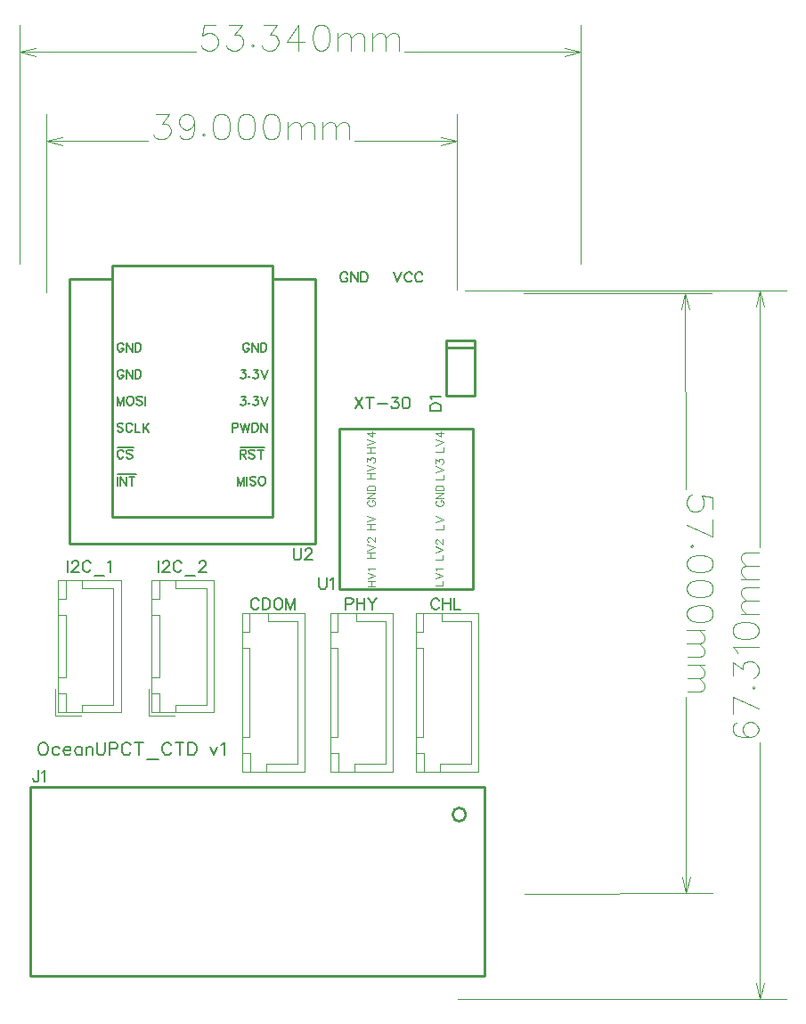
<source format=gto>
G04 Layer: TopSilkLayer*
G04 EasyEDA v6.4.5, 2020-09-15T20:10:03+02:00*
G04 89610be28746463fae7f6a063ad526cf,a876551235204336a4c6776009a4e884,10*
G04 Gerber Generator version 0.2*
G04 Scale: 100 percent, Rotated: No, Reflected: No *
G04 Dimensions in inches *
G04 leading zeros omitted , absolute positions ,2 integer and 4 decimal *
%FSLAX24Y24*%
%MOIN*%
G90*
G70D02*

%ADD10C,0.010000*%
%ADD11C,0.006000*%
%ADD12C,0.008000*%
%ADD23C,0.004724*%
%ADD24C,0.009000*%
%ADD25C,0.004000*%
%ADD26C,0.004500*%

%LPD*%
G54D23*
G01X8385Y10745D02*
G01X8661Y10745D01*
G01X8661Y14091D01*
G01X8365Y14091D01*
G01X8385Y10745D01*
G01X8385Y9446D02*
G01X8385Y10154D01*
G01X8680Y10154D01*
G01X8680Y9446D01*
G01X8385Y9446D01*
G01X10727Y9446D01*
G01X10727Y15371D01*
G01X8365Y15371D01*
G01X8385Y9446D01*
G01X9271Y9446D02*
G01X9271Y9741D01*
G01X10432Y9741D01*
G01X10432Y12910D01*
G01X10432Y15075D01*
G01X9350Y15075D01*
G01X9350Y15371D01*
G01X8365Y14682D02*
G01X8661Y14682D01*
G01X8661Y15371D01*
G01X8365Y15371D01*
G01X8365Y14682D01*
G01X11685Y10745D02*
G01X11961Y10745D01*
G01X11961Y14091D01*
G01X11665Y14091D01*
G01X11685Y10745D01*
G01X11685Y9446D02*
G01X11685Y10154D01*
G01X11980Y10154D01*
G01X11980Y9446D01*
G01X11685Y9446D01*
G01X14027Y9446D01*
G01X14027Y15371D01*
G01X11665Y15371D01*
G01X11685Y9446D01*
G01X12571Y9446D02*
G01X12571Y9741D01*
G01X13732Y9741D01*
G01X13732Y12910D01*
G01X13732Y15075D01*
G01X12650Y15075D01*
G01X12650Y15371D01*
G01X11665Y14682D02*
G01X11961Y14682D01*
G01X11961Y15371D01*
G01X11665Y15371D01*
G01X11665Y14682D01*
G01X14885Y10745D02*
G01X15161Y10745D01*
G01X15161Y14091D01*
G01X14865Y14091D01*
G01X14885Y10745D01*
G01X14885Y9446D02*
G01X14885Y10154D01*
G01X15180Y10154D01*
G01X15180Y9446D01*
G01X14885Y9446D01*
G01X17227Y9446D01*
G01X17227Y15371D01*
G01X14865Y15371D01*
G01X14885Y9446D01*
G01X15771Y9446D02*
G01X15771Y9741D01*
G01X16932Y9741D01*
G01X16932Y12910D01*
G01X16932Y15075D01*
G01X15850Y15075D01*
G01X15850Y15371D01*
G01X14865Y14682D02*
G01X15161Y14682D01*
G01X15161Y15371D01*
G01X14865Y15371D01*
G01X14865Y14682D01*
G01X1484Y11669D02*
G01X1484Y12378D01*
G01X1780Y12378D01*
G01X1780Y11669D01*
G01X1484Y11669D01*
G01X3828Y11669D01*
G01X3828Y16630D01*
G01X1484Y16630D01*
G01X1484Y11669D01*
G01X1484Y12968D02*
G01X1780Y12968D01*
G01X1780Y15330D01*
G01X1484Y15330D01*
G01X1484Y12968D01*
G01X1484Y15921D02*
G01X1780Y15921D01*
G01X1780Y16630D01*
G01X1484Y16630D01*
G01X1484Y15921D01*
G01X2371Y11669D02*
G01X2371Y11964D01*
G01X3532Y11964D01*
G01X3532Y14149D01*
G01X3532Y16334D01*
G01X2371Y16334D01*
G01X2371Y16630D01*
G01X1367Y12535D02*
G01X1367Y11551D01*
G01X2351Y11551D01*
G01X4985Y11669D02*
G01X4985Y12378D01*
G01X5281Y12378D01*
G01X5281Y11669D01*
G01X4985Y11669D01*
G01X7327Y11669D01*
G01X7327Y16630D01*
G01X4985Y16630D01*
G01X4985Y11669D01*
G01X4985Y12968D02*
G01X5281Y12968D01*
G01X5281Y15330D01*
G01X4985Y15330D01*
G01X4985Y12968D01*
G01X4985Y15921D02*
G01X5281Y15921D01*
G01X5281Y16630D01*
G01X4985Y16630D01*
G01X4985Y15921D01*
G01X5871Y11669D02*
G01X5871Y11964D01*
G01X7032Y11964D01*
G01X7032Y14149D01*
G01X7032Y16334D01*
G01X5871Y16334D01*
G01X5871Y16630D01*
G01X4867Y12535D02*
G01X4867Y11551D01*
G01X5852Y11551D01*
G54D10*
G01X9500Y27500D02*
G01X9500Y27900D01*
G01X11100Y27900D01*
G01X11100Y18000D01*
G01X1900Y18000D01*
G01X1900Y27900D01*
G01X3500Y27000D02*
G01X3500Y28400D01*
G01X9500Y28400D01*
G01X9500Y19000D01*
G01X3500Y19000D01*
G01X3500Y27000D01*
G01X3500Y27900D02*
G01X1900Y27900D01*
G54D12*
G01X3700Y21600D02*
G01X4300Y21600D01*
G01X3700Y20600D02*
G01X4400Y20600D01*
G01X8300Y21600D02*
G01X9200Y21600D01*
G54D10*
G01X17010Y16280D02*
G01X17010Y22280D01*
G01X12010Y22280D01*
G01X12010Y16280D01*
G01X17010Y16280D01*
G01X17453Y8893D02*
G01X17453Y1806D01*
G01X446Y1806D01*
G01X446Y8893D01*
G01X17453Y8893D01*
G54D24*
G01X16010Y23525D02*
G01X16010Y25575D01*
G01X17089Y25575D01*
G01X17089Y23525D01*
G01X16010Y23525D01*
G01X16010Y25325D02*
G01X17089Y25325D01*
G54D12*
G01X12322Y28063D02*
G01X12305Y28098D01*
G01X12268Y28134D01*
G01X12231Y28153D01*
G01X12159Y28153D01*
G01X12122Y28134D01*
G01X12085Y28098D01*
G01X12068Y28063D01*
G01X12050Y28007D01*
G01X12050Y27917D01*
G01X12068Y27863D01*
G01X12085Y27826D01*
G01X12122Y27790D01*
G01X12159Y27771D01*
G01X12231Y27771D01*
G01X12268Y27790D01*
G01X12305Y27826D01*
G01X12322Y27863D01*
G01X12322Y27917D01*
G01X12231Y27917D02*
G01X12322Y27917D01*
G01X12443Y28153D02*
G01X12443Y27771D01*
G01X12443Y28153D02*
G01X12697Y27771D01*
G01X12697Y28153D02*
G01X12697Y27771D01*
G01X12817Y28153D02*
G01X12817Y27771D01*
G01X12817Y28153D02*
G01X12944Y28153D01*
G01X12998Y28134D01*
G01X13035Y28098D01*
G01X13053Y28063D01*
G01X13072Y28007D01*
G01X13072Y27917D01*
G01X13053Y27863D01*
G01X13035Y27826D01*
G01X12998Y27790D01*
G01X12944Y27771D01*
G01X12817Y27771D01*
G01X14050Y28153D02*
G01X14194Y27771D01*
G01X14340Y28153D02*
G01X14194Y27771D01*
G01X14734Y28063D02*
G01X14714Y28098D01*
G01X14678Y28134D01*
G01X14643Y28153D01*
G01X14569Y28153D01*
G01X14534Y28134D01*
G01X14497Y28098D01*
G01X14478Y28063D01*
G01X14460Y28007D01*
G01X14460Y27917D01*
G01X14478Y27863D01*
G01X14497Y27826D01*
G01X14534Y27790D01*
G01X14569Y27771D01*
G01X14643Y27771D01*
G01X14678Y27790D01*
G01X14714Y27826D01*
G01X14734Y27863D01*
G01X15126Y28063D02*
G01X15107Y28098D01*
G01X15072Y28134D01*
G01X15035Y28153D01*
G01X14963Y28153D01*
G01X14926Y28134D01*
G01X14889Y28098D01*
G01X14872Y28063D01*
G01X14853Y28007D01*
G01X14853Y27917D01*
G01X14872Y27863D01*
G01X14889Y27826D01*
G01X14926Y27790D01*
G01X14963Y27771D01*
G01X15035Y27771D01*
G01X15072Y27790D01*
G01X15107Y27826D01*
G01X15126Y27863D01*
G01X886Y10555D02*
G01X840Y10532D01*
G01X794Y10486D01*
G01X773Y10440D01*
G01X750Y10373D01*
G01X750Y10259D01*
G01X773Y10190D01*
G01X794Y10144D01*
G01X840Y10100D01*
G01X886Y10076D01*
G01X976Y10076D01*
G01X1023Y10100D01*
G01X1067Y10144D01*
G01X1090Y10190D01*
G01X1113Y10259D01*
G01X1113Y10373D01*
G01X1090Y10440D01*
G01X1067Y10486D01*
G01X1023Y10532D01*
G01X976Y10555D01*
G01X886Y10555D01*
G01X1536Y10326D02*
G01X1490Y10373D01*
G01X1444Y10394D01*
G01X1376Y10394D01*
G01X1332Y10373D01*
G01X1286Y10326D01*
G01X1263Y10259D01*
G01X1263Y10213D01*
G01X1286Y10144D01*
G01X1332Y10100D01*
G01X1376Y10076D01*
G01X1444Y10076D01*
G01X1490Y10100D01*
G01X1536Y10144D01*
G01X1686Y10259D02*
G01X1959Y10259D01*
G01X1959Y10305D01*
G01X1936Y10350D01*
G01X1913Y10373D01*
G01X1867Y10394D01*
G01X1800Y10394D01*
G01X1755Y10373D01*
G01X1709Y10326D01*
G01X1686Y10259D01*
G01X1686Y10213D01*
G01X1709Y10144D01*
G01X1755Y10100D01*
G01X1800Y10076D01*
G01X1867Y10076D01*
G01X1913Y10100D01*
G01X1959Y10144D01*
G01X2382Y10394D02*
G01X2382Y10076D01*
G01X2382Y10326D02*
G01X2336Y10373D01*
G01X2290Y10394D01*
G01X2223Y10394D01*
G01X2176Y10373D01*
G01X2132Y10326D01*
G01X2109Y10259D01*
G01X2109Y10213D01*
G01X2132Y10144D01*
G01X2176Y10100D01*
G01X2223Y10076D01*
G01X2290Y10076D01*
G01X2336Y10100D01*
G01X2382Y10144D01*
G01X2532Y10394D02*
G01X2532Y10076D01*
G01X2532Y10305D02*
G01X2600Y10373D01*
G01X2644Y10394D01*
G01X2713Y10394D01*
G01X2759Y10373D01*
G01X2782Y10305D01*
G01X2782Y10076D01*
G01X2932Y10555D02*
G01X2932Y10213D01*
G01X2955Y10144D01*
G01X3000Y10100D01*
G01X3067Y10076D01*
G01X3113Y10076D01*
G01X3182Y10100D01*
G01X3226Y10144D01*
G01X3250Y10213D01*
G01X3250Y10555D01*
G01X3400Y10555D02*
G01X3400Y10076D01*
G01X3400Y10555D02*
G01X3605Y10555D01*
G01X3673Y10532D01*
G01X3694Y10509D01*
G01X3717Y10463D01*
G01X3717Y10394D01*
G01X3694Y10350D01*
G01X3673Y10326D01*
G01X3605Y10305D01*
G01X3400Y10305D01*
G01X4209Y10440D02*
G01X4186Y10486D01*
G01X4140Y10532D01*
G01X4094Y10555D01*
G01X4005Y10555D01*
G01X3959Y10532D01*
G01X3913Y10486D01*
G01X3890Y10440D01*
G01X3867Y10373D01*
G01X3867Y10259D01*
G01X3890Y10190D01*
G01X3913Y10144D01*
G01X3959Y10100D01*
G01X4005Y10076D01*
G01X4094Y10076D01*
G01X4140Y10100D01*
G01X4186Y10144D01*
G01X4209Y10190D01*
G01X4517Y10555D02*
G01X4517Y10076D01*
G01X4359Y10555D02*
G01X4677Y10555D01*
G01X4827Y9917D02*
G01X5235Y9917D01*
G01X5727Y10440D02*
G01X5705Y10486D01*
G01X5659Y10532D01*
G01X5614Y10555D01*
G01X5522Y10555D01*
G01X5477Y10532D01*
G01X5431Y10486D01*
G01X5409Y10440D01*
G01X5385Y10373D01*
G01X5385Y10259D01*
G01X5409Y10190D01*
G01X5431Y10144D01*
G01X5477Y10100D01*
G01X5522Y10076D01*
G01X5614Y10076D01*
G01X5659Y10100D01*
G01X5705Y10144D01*
G01X5727Y10190D01*
G01X6035Y10555D02*
G01X6035Y10076D01*
G01X5877Y10555D02*
G01X6194Y10555D01*
G01X6344Y10555D02*
G01X6344Y10076D01*
G01X6344Y10555D02*
G01X6505Y10555D01*
G01X6572Y10532D01*
G01X6618Y10486D01*
G01X6640Y10440D01*
G01X6664Y10373D01*
G01X6664Y10259D01*
G01X6640Y10190D01*
G01X6618Y10144D01*
G01X6572Y10100D01*
G01X6505Y10076D01*
G01X6344Y10076D01*
G01X7164Y10394D02*
G01X7300Y10076D01*
G01X7435Y10394D02*
G01X7300Y10076D01*
G01X7585Y10463D02*
G01X7631Y10486D01*
G01X7700Y10555D01*
G01X7700Y10076D01*
G54D25*
G01X16400Y33050D02*
G01X12586Y33050D01*
G01X4859Y33050D02*
G01X1045Y33050D01*
G01X15800Y33200D02*
G01X16400Y33050D01*
G01X15800Y32900D01*
G01X1645Y33200D02*
G01X1045Y33050D01*
G01X1645Y32900D01*
G01X5150Y34059D02*
G01X5650Y34059D01*
G01X5377Y33694D01*
G01X5514Y33694D01*
G01X5605Y33650D01*
G01X5650Y33605D01*
G01X5696Y33467D01*
G01X5696Y33377D01*
G01X5650Y33240D01*
G01X5559Y33150D01*
G01X5422Y33105D01*
G01X5285Y33105D01*
G01X5150Y33150D01*
G01X5105Y33194D01*
G01X5059Y33286D01*
G01X6585Y33740D02*
G01X6540Y33605D01*
G01X6450Y33513D01*
G01X6314Y33467D01*
G01X6268Y33467D01*
G01X6131Y33513D01*
G01X6040Y33605D01*
G01X5996Y33740D01*
G01X5996Y33786D01*
G01X6040Y33923D01*
G01X6131Y34013D01*
G01X6268Y34059D01*
G01X6314Y34059D01*
G01X6450Y34013D01*
G01X6540Y33923D01*
G01X6585Y33740D01*
G01X6585Y33513D01*
G01X6540Y33286D01*
G01X6450Y33150D01*
G01X6314Y33105D01*
G01X6222Y33105D01*
G01X6085Y33150D01*
G01X6040Y33240D01*
G01X6931Y33332D02*
G01X6885Y33286D01*
G01X6931Y33240D01*
G01X6977Y33286D01*
G01X6931Y33332D01*
G01X7550Y34059D02*
G01X7414Y34013D01*
G01X7322Y33877D01*
G01X7277Y33650D01*
G01X7277Y33513D01*
G01X7322Y33286D01*
G01X7414Y33150D01*
G01X7550Y33105D01*
G01X7640Y33105D01*
G01X7777Y33150D01*
G01X7868Y33286D01*
G01X7914Y33513D01*
G01X7914Y33650D01*
G01X7868Y33877D01*
G01X7777Y34013D01*
G01X7640Y34059D01*
G01X7550Y34059D01*
G01X8485Y34059D02*
G01X8350Y34013D01*
G01X8259Y33877D01*
G01X8214Y33650D01*
G01X8214Y33513D01*
G01X8259Y33286D01*
G01X8350Y33150D01*
G01X8485Y33105D01*
G01X8577Y33105D01*
G01X8714Y33150D01*
G01X8805Y33286D01*
G01X8850Y33513D01*
G01X8850Y33650D01*
G01X8805Y33877D01*
G01X8714Y34013D01*
G01X8577Y34059D01*
G01X8485Y34059D01*
G01X9422Y34059D02*
G01X9285Y34013D01*
G01X9196Y33877D01*
G01X9150Y33650D01*
G01X9150Y33513D01*
G01X9196Y33286D01*
G01X9285Y33150D01*
G01X9422Y33105D01*
G01X9514Y33105D01*
G01X9650Y33150D01*
G01X9740Y33286D01*
G01X9785Y33513D01*
G01X9785Y33650D01*
G01X9740Y33877D01*
G01X9650Y34013D01*
G01X9514Y34059D01*
G01X9422Y34059D01*
G01X10085Y33740D02*
G01X10085Y33105D01*
G01X10085Y33559D02*
G01X10222Y33694D01*
G01X10314Y33740D01*
G01X10450Y33740D01*
G01X10540Y33694D01*
G01X10585Y33559D01*
G01X10585Y33105D01*
G01X10585Y33559D02*
G01X10722Y33694D01*
G01X10814Y33740D01*
G01X10950Y33740D01*
G01X11040Y33694D01*
G01X11085Y33559D01*
G01X11085Y33105D01*
G01X11385Y33740D02*
G01X11385Y33105D01*
G01X11385Y33559D02*
G01X11522Y33694D01*
G01X11614Y33740D01*
G01X11750Y33740D01*
G01X11840Y33694D01*
G01X11885Y33559D01*
G01X11885Y33105D01*
G01X11885Y33559D02*
G01X12022Y33694D01*
G01X12114Y33740D01*
G01X12250Y33740D01*
G01X12340Y33694D01*
G01X12385Y33559D01*
G01X12385Y33105D01*
G01X16400Y27494D02*
G01X16400Y34050D01*
G01X1045Y27400D02*
G01X1045Y34050D01*
G01X24950Y27350D02*
G01X24963Y20015D01*
G01X24977Y12243D02*
G01X24990Y4909D01*
G01X24801Y26749D02*
G01X24950Y27350D01*
G01X25101Y26750D01*
G01X24839Y5508D02*
G01X24990Y4909D01*
G01X25139Y5509D01*
G01X25973Y19272D02*
G01X25972Y19726D01*
G01X25563Y19771D01*
G01X25608Y19725D01*
G01X25655Y19589D01*
G01X25655Y19453D01*
G01X25609Y19316D01*
G01X25518Y19225D01*
G01X25382Y19180D01*
G01X25291Y19180D01*
G01X25155Y19224D01*
G01X25064Y19315D01*
G01X25018Y19452D01*
G01X25018Y19588D01*
G01X25063Y19724D01*
G01X25108Y19770D01*
G01X25199Y19816D01*
G01X25975Y18245D02*
G01X25019Y18697D01*
G01X25974Y18881D02*
G01X25975Y18245D01*
G01X25249Y17898D02*
G01X25203Y17944D01*
G01X25158Y17897D01*
G01X25203Y17853D01*
G01X25249Y17898D01*
G01X25977Y17281D02*
G01X25931Y17417D01*
G01X25794Y17508D01*
G01X25567Y17553D01*
G01X25430Y17553D01*
G01X25203Y17507D01*
G01X25068Y17415D01*
G01X25022Y17279D01*
G01X25022Y17188D01*
G01X25068Y17052D01*
G01X25204Y16962D01*
G01X25432Y16916D01*
G01X25569Y16916D01*
G01X25795Y16963D01*
G01X25931Y17054D01*
G01X25977Y17190D01*
G01X25977Y17281D01*
G01X25979Y16345D02*
G01X25932Y16481D01*
G01X25796Y16572D01*
G01X25569Y16616D01*
G01X25432Y16616D01*
G01X25205Y16571D01*
G01X25069Y16479D01*
G01X25024Y16343D01*
G01X25024Y16252D01*
G01X25070Y16115D01*
G01X25206Y16025D01*
G01X25433Y15980D01*
G01X25570Y15980D01*
G01X25797Y16026D01*
G01X25933Y16117D01*
G01X25979Y16254D01*
G01X25979Y16345D01*
G01X25980Y15408D02*
G01X25934Y15545D01*
G01X25798Y15635D01*
G01X25571Y15680D01*
G01X25434Y15680D01*
G01X25207Y15634D01*
G01X25071Y15543D01*
G01X25025Y15406D01*
G01X25025Y15315D01*
G01X25072Y15179D01*
G01X25208Y15089D01*
G01X25435Y15044D01*
G01X25572Y15044D01*
G01X25799Y15090D01*
G01X25935Y15181D01*
G01X25980Y15317D01*
G01X25980Y15408D01*
G01X25663Y14744D02*
G01X25026Y14743D01*
G01X25481Y14744D02*
G01X25618Y14607D01*
G01X25664Y14516D01*
G01X25664Y14380D01*
G01X25618Y14289D01*
G01X25482Y14244D01*
G01X25027Y14243D01*
G01X25482Y14244D02*
G01X25619Y14107D01*
G01X25665Y14016D01*
G01X25665Y13880D01*
G01X25619Y13789D01*
G01X25483Y13744D01*
G01X25028Y13743D01*
G01X25666Y13444D02*
G01X25029Y13443D01*
G01X25484Y13444D02*
G01X25620Y13307D01*
G01X25666Y13216D01*
G01X25666Y13080D01*
G01X25621Y12989D01*
G01X25485Y12944D01*
G01X25030Y12943D01*
G01X25485Y12944D02*
G01X25621Y12807D01*
G01X25667Y12716D01*
G01X25667Y12580D01*
G01X25622Y12489D01*
G01X25486Y12444D01*
G01X25031Y12443D01*
G01X18912Y27339D02*
G01X25950Y27351D01*
G01X18953Y4898D02*
G01X25990Y4910D01*
G01X27750Y27450D02*
G01X27750Y17859D01*
G01X27750Y10540D02*
G01X27750Y950D01*
G01X27600Y26850D02*
G01X27750Y27450D01*
G01X27900Y26850D01*
G01X27600Y1550D02*
G01X27750Y950D01*
G01X27900Y1550D01*
G01X26876Y11285D02*
G01X26785Y11240D01*
G01X26740Y11104D01*
G01X26740Y11013D01*
G01X26785Y10876D01*
G01X26922Y10785D01*
G01X27149Y10740D01*
G01X27376Y10740D01*
G01X27558Y10785D01*
G01X27649Y10876D01*
G01X27695Y11013D01*
G01X27695Y11058D01*
G01X27649Y11195D01*
G01X27558Y11285D01*
G01X27422Y11331D01*
G01X27376Y11331D01*
G01X27240Y11285D01*
G01X27149Y11195D01*
G01X27104Y11058D01*
G01X27104Y11013D01*
G01X27149Y10876D01*
G01X27240Y10785D01*
G01X27376Y10740D01*
G01X26740Y12267D02*
G01X27695Y11813D01*
G01X26740Y11631D02*
G01X26740Y12267D01*
G01X27467Y12613D02*
G01X27513Y12567D01*
G01X27558Y12613D01*
G01X27513Y12658D01*
G01X27467Y12613D01*
G01X26740Y13049D02*
G01X26740Y13549D01*
G01X27104Y13276D01*
G01X27104Y13413D01*
G01X27149Y13504D01*
G01X27195Y13549D01*
G01X27331Y13595D01*
G01X27422Y13595D01*
G01X27558Y13549D01*
G01X27649Y13458D01*
G01X27695Y13322D01*
G01X27695Y13185D01*
G01X27649Y13049D01*
G01X27604Y13004D01*
G01X27513Y12958D01*
G01X26922Y13895D02*
G01X26876Y13985D01*
G01X26740Y14122D01*
G01X27695Y14122D01*
G01X26740Y14695D02*
G01X26785Y14558D01*
G01X26922Y14467D01*
G01X27149Y14422D01*
G01X27285Y14422D01*
G01X27513Y14467D01*
G01X27649Y14558D01*
G01X27695Y14695D01*
G01X27695Y14785D01*
G01X27649Y14922D01*
G01X27513Y15013D01*
G01X27285Y15058D01*
G01X27149Y15058D01*
G01X26922Y15013D01*
G01X26785Y14922D01*
G01X26740Y14785D01*
G01X26740Y14695D01*
G01X27058Y15358D02*
G01X27695Y15358D01*
G01X27240Y15358D02*
G01X27104Y15495D01*
G01X27058Y15585D01*
G01X27058Y15722D01*
G01X27104Y15813D01*
G01X27240Y15858D01*
G01X27695Y15858D01*
G01X27240Y15858D02*
G01X27104Y15995D01*
G01X27058Y16085D01*
G01X27058Y16222D01*
G01X27104Y16313D01*
G01X27240Y16358D01*
G01X27695Y16358D01*
G01X27058Y16658D02*
G01X27695Y16658D01*
G01X27240Y16658D02*
G01X27104Y16795D01*
G01X27058Y16885D01*
G01X27058Y17022D01*
G01X27104Y17113D01*
G01X27240Y17158D01*
G01X27695Y17158D01*
G01X27240Y17158D02*
G01X27104Y17295D01*
G01X27058Y17385D01*
G01X27058Y17522D01*
G01X27104Y17613D01*
G01X27240Y17658D01*
G01X27695Y17658D01*
G01X16699Y27450D02*
G01X28750Y27450D01*
G01X16450Y950D02*
G01X28750Y950D01*
G01X50Y36380D02*
G01X6640Y36380D01*
G01X14459Y36380D02*
G01X21050Y36380D01*
G01X650Y36230D02*
G01X50Y36380D01*
G01X650Y36530D01*
G01X20450Y36230D02*
G01X21050Y36380D01*
G01X20450Y36530D01*
G01X7385Y37390D02*
G01X6931Y37390D01*
G01X6885Y36980D01*
G01X6931Y37026D01*
G01X7068Y37071D01*
G01X7205Y37071D01*
G01X7340Y37026D01*
G01X7431Y36934D01*
G01X7477Y36798D01*
G01X7477Y36707D01*
G01X7431Y36571D01*
G01X7340Y36480D01*
G01X7205Y36434D01*
G01X7068Y36434D01*
G01X6931Y36480D01*
G01X6885Y36526D01*
G01X6840Y36617D01*
G01X7868Y37390D02*
G01X8368Y37390D01*
G01X8094Y37026D01*
G01X8231Y37026D01*
G01X8322Y36980D01*
G01X8368Y36934D01*
G01X8414Y36798D01*
G01X8414Y36707D01*
G01X8368Y36571D01*
G01X8277Y36480D01*
G01X8140Y36434D01*
G01X8005Y36434D01*
G01X7868Y36480D01*
G01X7822Y36526D01*
G01X7777Y36617D01*
G01X8759Y36663D02*
G01X8714Y36617D01*
G01X8759Y36571D01*
G01X8805Y36617D01*
G01X8759Y36663D01*
G01X9194Y37390D02*
G01X9694Y37390D01*
G01X9422Y37026D01*
G01X9559Y37026D01*
G01X9650Y36980D01*
G01X9694Y36934D01*
G01X9740Y36798D01*
G01X9740Y36707D01*
G01X9694Y36571D01*
G01X9605Y36480D01*
G01X9468Y36434D01*
G01X9331Y36434D01*
G01X9194Y36480D01*
G01X9150Y36526D01*
G01X9105Y36617D01*
G01X10494Y37390D02*
G01X10040Y36754D01*
G01X10722Y36754D01*
G01X10494Y37390D02*
G01X10494Y36434D01*
G01X11294Y37390D02*
G01X11159Y37344D01*
G01X11068Y37207D01*
G01X11022Y36980D01*
G01X11022Y36844D01*
G01X11068Y36617D01*
G01X11159Y36480D01*
G01X11294Y36434D01*
G01X11385Y36434D01*
G01X11522Y36480D01*
G01X11614Y36617D01*
G01X11659Y36844D01*
G01X11659Y36980D01*
G01X11614Y37207D01*
G01X11522Y37344D01*
G01X11385Y37390D01*
G01X11294Y37390D01*
G01X11959Y37071D02*
G01X11959Y36434D01*
G01X11959Y36890D02*
G01X12094Y37026D01*
G01X12185Y37071D01*
G01X12322Y37071D01*
G01X12414Y37026D01*
G01X12459Y36890D01*
G01X12459Y36434D01*
G01X12459Y36890D02*
G01X12594Y37026D01*
G01X12685Y37071D01*
G01X12822Y37071D01*
G01X12914Y37026D01*
G01X12959Y36890D01*
G01X12959Y36434D01*
G01X13259Y37071D02*
G01X13259Y36434D01*
G01X13259Y36890D02*
G01X13394Y37026D01*
G01X13485Y37071D01*
G01X13622Y37071D01*
G01X13714Y37026D01*
G01X13759Y36890D01*
G01X13759Y36434D01*
G01X13759Y36890D02*
G01X13894Y37026D01*
G01X13985Y37071D01*
G01X14122Y37071D01*
G01X14214Y37026D01*
G01X14259Y36890D01*
G01X14259Y36434D01*
G01X50Y28450D02*
G01X50Y37380D01*
G01X21050Y28450D02*
G01X21050Y37380D01*
G54D11*
G01X12596Y23464D02*
G01X12882Y23035D01*
G01X12882Y23464D02*
G01X12596Y23035D01*
G01X13161Y23464D02*
G01X13161Y23035D01*
G01X13017Y23464D02*
G01X13304Y23464D01*
G01X13439Y23219D02*
G01X13807Y23219D01*
G01X13983Y23464D02*
G01X14208Y23464D01*
G01X14085Y23300D01*
G01X14146Y23300D01*
G01X14187Y23280D01*
G01X14208Y23260D01*
G01X14228Y23198D01*
G01X14228Y23157D01*
G01X14208Y23096D01*
G01X14167Y23055D01*
G01X14106Y23035D01*
G01X14044Y23035D01*
G01X13983Y23055D01*
G01X13962Y23075D01*
G01X13942Y23116D01*
G01X14486Y23464D02*
G01X14425Y23444D01*
G01X14384Y23382D01*
G01X14363Y23280D01*
G01X14363Y23219D01*
G01X14384Y23116D01*
G01X14425Y23055D01*
G01X14486Y23035D01*
G01X14527Y23035D01*
G01X14588Y23055D01*
G01X14629Y23116D01*
G01X14650Y23219D01*
G01X14650Y23280D01*
G01X14629Y23382D01*
G01X14588Y23444D01*
G01X14527Y23464D01*
G01X14486Y23464D01*
G01X9006Y15851D02*
G01X8985Y15892D01*
G01X8944Y15934D01*
G01X8905Y15953D01*
G01X8822Y15953D01*
G01X8781Y15934D01*
G01X8740Y15892D01*
G01X8719Y15851D01*
G01X8700Y15790D01*
G01X8700Y15688D01*
G01X8719Y15626D01*
G01X8740Y15586D01*
G01X8781Y15544D01*
G01X8822Y15525D01*
G01X8905Y15525D01*
G01X8944Y15544D01*
G01X8985Y15586D01*
G01X9006Y15626D01*
G01X9142Y15953D02*
G01X9142Y15525D01*
G01X9142Y15953D02*
G01X9285Y15953D01*
G01X9346Y15934D01*
G01X9386Y15892D01*
G01X9407Y15851D01*
G01X9427Y15790D01*
G01X9427Y15688D01*
G01X9407Y15626D01*
G01X9386Y15586D01*
G01X9346Y15544D01*
G01X9285Y15525D01*
G01X9142Y15525D01*
G01X9685Y15953D02*
G01X9644Y15934D01*
G01X9603Y15892D01*
G01X9584Y15851D01*
G01X9563Y15790D01*
G01X9563Y15688D01*
G01X9584Y15626D01*
G01X9603Y15586D01*
G01X9644Y15544D01*
G01X9685Y15525D01*
G01X9768Y15525D01*
G01X9809Y15544D01*
G01X9850Y15586D01*
G01X9869Y15626D01*
G01X9889Y15688D01*
G01X9889Y15790D01*
G01X9869Y15851D01*
G01X9850Y15892D01*
G01X9809Y15934D01*
G01X9768Y15953D01*
G01X9685Y15953D01*
G01X10025Y15953D02*
G01X10025Y15525D01*
G01X10025Y15953D02*
G01X10189Y15525D01*
G01X10352Y15953D02*
G01X10189Y15525D01*
G01X10352Y15953D02*
G01X10352Y15525D01*
G01X12250Y15953D02*
G01X12250Y15525D01*
G01X12250Y15953D02*
G01X12434Y15953D01*
G01X12494Y15934D01*
G01X12515Y15913D01*
G01X12535Y15871D01*
G01X12535Y15811D01*
G01X12515Y15769D01*
G01X12494Y15750D01*
G01X12434Y15728D01*
G01X12250Y15728D01*
G01X12671Y15953D02*
G01X12671Y15525D01*
G01X12957Y15953D02*
G01X12957Y15525D01*
G01X12671Y15750D02*
G01X12957Y15750D01*
G01X13093Y15953D02*
G01X13256Y15750D01*
G01X13256Y15525D01*
G01X13419Y15953D02*
G01X13256Y15750D01*
G01X15756Y15851D02*
G01X15735Y15892D01*
G01X15694Y15934D01*
G01X15655Y15953D01*
G01X15572Y15953D01*
G01X15531Y15934D01*
G01X15490Y15892D01*
G01X15469Y15851D01*
G01X15450Y15790D01*
G01X15450Y15688D01*
G01X15469Y15626D01*
G01X15490Y15586D01*
G01X15531Y15544D01*
G01X15572Y15525D01*
G01X15655Y15525D01*
G01X15694Y15544D01*
G01X15735Y15586D01*
G01X15756Y15626D01*
G01X15892Y15953D02*
G01X15892Y15525D01*
G01X16177Y15953D02*
G01X16177Y15525D01*
G01X15892Y15750D02*
G01X16177Y15750D01*
G01X16313Y15953D02*
G01X16313Y15525D01*
G01X16313Y15525D02*
G01X16559Y15525D01*
G01X1850Y17353D02*
G01X1850Y16925D01*
G01X2005Y17252D02*
G01X2005Y17271D01*
G01X2026Y17313D01*
G01X2046Y17334D01*
G01X2086Y17353D01*
G01X2169Y17353D01*
G01X2209Y17334D01*
G01X2230Y17313D01*
G01X2251Y17271D01*
G01X2251Y17230D01*
G01X2230Y17190D01*
G01X2190Y17128D01*
G01X1984Y16925D01*
G01X2271Y16925D01*
G01X2713Y17252D02*
G01X2692Y17292D01*
G01X2651Y17334D01*
G01X2611Y17353D01*
G01X2528Y17353D01*
G01X2488Y17334D01*
G01X2446Y17292D01*
G01X2426Y17252D01*
G01X2405Y17190D01*
G01X2405Y17088D01*
G01X2426Y17027D01*
G01X2446Y16986D01*
G01X2488Y16944D01*
G01X2528Y16925D01*
G01X2611Y16925D01*
G01X2651Y16944D01*
G01X2692Y16986D01*
G01X2713Y17027D01*
G01X2848Y16780D02*
G01X3215Y16780D01*
G01X3351Y17271D02*
G01X3392Y17292D01*
G01X3453Y17353D01*
G01X3453Y16925D01*
G01X5250Y17353D02*
G01X5250Y16925D01*
G01X5405Y17252D02*
G01X5405Y17271D01*
G01X5426Y17313D01*
G01X5446Y17334D01*
G01X5486Y17353D01*
G01X5568Y17353D01*
G01X5610Y17334D01*
G01X5630Y17313D01*
G01X5651Y17271D01*
G01X5651Y17230D01*
G01X5630Y17190D01*
G01X5589Y17128D01*
G01X5385Y16925D01*
G01X5671Y16925D01*
G01X6113Y17252D02*
G01X6093Y17292D01*
G01X6052Y17334D01*
G01X6010Y17353D01*
G01X5928Y17353D01*
G01X5888Y17334D01*
G01X5847Y17292D01*
G01X5827Y17252D01*
G01X5806Y17190D01*
G01X5806Y17088D01*
G01X5827Y17027D01*
G01X5847Y16986D01*
G01X5888Y16944D01*
G01X5928Y16925D01*
G01X6010Y16925D01*
G01X6052Y16944D01*
G01X6093Y16986D01*
G01X6113Y17027D01*
G01X6247Y16780D02*
G01X6615Y16780D01*
G01X6772Y17252D02*
G01X6772Y17271D01*
G01X6792Y17313D01*
G01X6813Y17334D01*
G01X6853Y17353D01*
G01X6935Y17353D01*
G01X6976Y17334D01*
G01X6997Y17313D01*
G01X7017Y17271D01*
G01X7017Y17230D01*
G01X6997Y17190D01*
G01X6956Y17128D01*
G01X6751Y16925D01*
G01X7038Y16925D01*
G01X10300Y17803D02*
G01X10300Y17496D01*
G01X10319Y17436D01*
G01X10360Y17394D01*
G01X10422Y17375D01*
G01X10464Y17375D01*
G01X10525Y17394D01*
G01X10565Y17436D01*
G01X10585Y17496D01*
G01X10585Y17803D01*
G01X10742Y17702D02*
G01X10742Y17721D01*
G01X10761Y17763D01*
G01X10782Y17784D01*
G01X10823Y17803D01*
G01X10905Y17803D01*
G01X10946Y17784D01*
G01X10967Y17763D01*
G01X10986Y17721D01*
G01X10986Y17680D01*
G01X10967Y17640D01*
G01X10926Y17578D01*
G01X10721Y17375D01*
G01X11007Y17375D01*
G01X3938Y25419D02*
G01X3923Y25452D01*
G01X3890Y25484D01*
G01X3859Y25500D01*
G01X3794Y25500D01*
G01X3763Y25484D01*
G01X3732Y25452D01*
G01X3715Y25419D01*
G01X3700Y25373D01*
G01X3700Y25292D01*
G01X3715Y25244D01*
G01X3732Y25213D01*
G01X3763Y25182D01*
G01X3794Y25165D01*
G01X3859Y25165D01*
G01X3890Y25182D01*
G01X3923Y25213D01*
G01X3938Y25244D01*
G01X3938Y25292D01*
G01X3859Y25292D02*
G01X3938Y25292D01*
G01X4044Y25500D02*
G01X4044Y25165D01*
G01X4044Y25500D02*
G01X4265Y25165D01*
G01X4265Y25500D02*
G01X4265Y25165D01*
G01X4371Y25500D02*
G01X4371Y25165D01*
G01X4371Y25500D02*
G01X4482Y25500D01*
G01X4530Y25484D01*
G01X4561Y25452D01*
G01X4578Y25419D01*
G01X4594Y25373D01*
G01X4594Y25292D01*
G01X4578Y25244D01*
G01X4561Y25213D01*
G01X4530Y25182D01*
G01X4482Y25165D01*
G01X4371Y25165D01*
G01X3938Y24420D02*
G01X3923Y24452D01*
G01X3890Y24484D01*
G01X3859Y24500D01*
G01X3794Y24500D01*
G01X3763Y24484D01*
G01X3732Y24452D01*
G01X3715Y24420D01*
G01X3700Y24373D01*
G01X3700Y24293D01*
G01X3715Y24245D01*
G01X3732Y24214D01*
G01X3763Y24182D01*
G01X3794Y24166D01*
G01X3859Y24166D01*
G01X3890Y24182D01*
G01X3923Y24214D01*
G01X3938Y24245D01*
G01X3938Y24293D01*
G01X3859Y24293D02*
G01X3938Y24293D01*
G01X4044Y24500D02*
G01X4044Y24166D01*
G01X4044Y24500D02*
G01X4265Y24166D01*
G01X4265Y24500D02*
G01X4265Y24166D01*
G01X4371Y24500D02*
G01X4371Y24166D01*
G01X4371Y24500D02*
G01X4482Y24500D01*
G01X4530Y24484D01*
G01X4561Y24452D01*
G01X4578Y24420D01*
G01X4594Y24373D01*
G01X4594Y24293D01*
G01X4578Y24245D01*
G01X4561Y24214D01*
G01X4530Y24182D01*
G01X4482Y24166D01*
G01X4371Y24166D01*
G01X3700Y23490D02*
G01X3700Y23157D01*
G01X3700Y23490D02*
G01X3826Y23157D01*
G01X3955Y23490D02*
G01X3826Y23157D01*
G01X3955Y23490D02*
G01X3955Y23157D01*
G01X4155Y23490D02*
G01X4123Y23475D01*
G01X4090Y23442D01*
G01X4075Y23411D01*
G01X4059Y23363D01*
G01X4059Y23284D01*
G01X4075Y23236D01*
G01X4090Y23205D01*
G01X4123Y23173D01*
G01X4155Y23157D01*
G01X4219Y23157D01*
G01X4250Y23173D01*
G01X4282Y23205D01*
G01X4298Y23236D01*
G01X4313Y23284D01*
G01X4313Y23363D01*
G01X4298Y23411D01*
G01X4282Y23442D01*
G01X4250Y23475D01*
G01X4219Y23490D01*
G01X4155Y23490D01*
G01X4642Y23442D02*
G01X4609Y23475D01*
G01X4561Y23490D01*
G01X4498Y23490D01*
G01X4451Y23475D01*
G01X4419Y23442D01*
G01X4419Y23411D01*
G01X4434Y23380D01*
G01X4451Y23363D01*
G01X4482Y23348D01*
G01X4578Y23315D01*
G01X4609Y23300D01*
G01X4626Y23284D01*
G01X4642Y23252D01*
G01X4642Y23205D01*
G01X4609Y23173D01*
G01X4561Y23157D01*
G01X4498Y23157D01*
G01X4451Y23173D01*
G01X4419Y23205D01*
G01X4747Y23490D02*
G01X4747Y23157D01*
G01X3923Y22442D02*
G01X3890Y22475D01*
G01X3842Y22490D01*
G01X3780Y22490D01*
G01X3732Y22475D01*
G01X3700Y22442D01*
G01X3700Y22411D01*
G01X3715Y22380D01*
G01X3732Y22363D01*
G01X3763Y22348D01*
G01X3859Y22315D01*
G01X3890Y22300D01*
G01X3907Y22284D01*
G01X3923Y22252D01*
G01X3923Y22205D01*
G01X3890Y22173D01*
G01X3842Y22157D01*
G01X3780Y22157D01*
G01X3732Y22173D01*
G01X3700Y22205D01*
G01X4265Y22411D02*
G01X4250Y22442D01*
G01X4219Y22475D01*
G01X4186Y22490D01*
G01X4123Y22490D01*
G01X4090Y22475D01*
G01X4059Y22442D01*
G01X4044Y22411D01*
G01X4028Y22363D01*
G01X4028Y22284D01*
G01X4044Y22236D01*
G01X4059Y22205D01*
G01X4090Y22173D01*
G01X4123Y22157D01*
G01X4186Y22157D01*
G01X4219Y22173D01*
G01X4250Y22205D01*
G01X4265Y22236D01*
G01X4371Y22490D02*
G01X4371Y22157D01*
G01X4371Y22157D02*
G01X4561Y22157D01*
G01X4667Y22490D02*
G01X4667Y22157D01*
G01X4889Y22490D02*
G01X4667Y22267D01*
G01X4747Y22348D02*
G01X4889Y22157D01*
G01X3938Y21411D02*
G01X3923Y21442D01*
G01X3890Y21475D01*
G01X3859Y21490D01*
G01X3794Y21490D01*
G01X3763Y21475D01*
G01X3732Y21442D01*
G01X3715Y21411D01*
G01X3700Y21363D01*
G01X3700Y21284D01*
G01X3715Y21236D01*
G01X3732Y21205D01*
G01X3763Y21173D01*
G01X3794Y21157D01*
G01X3859Y21157D01*
G01X3890Y21173D01*
G01X3923Y21205D01*
G01X3938Y21236D01*
G01X4265Y21442D02*
G01X4234Y21475D01*
G01X4186Y21490D01*
G01X4123Y21490D01*
G01X4075Y21475D01*
G01X4044Y21442D01*
G01X4044Y21411D01*
G01X4059Y21380D01*
G01X4075Y21363D01*
G01X4107Y21348D01*
G01X4203Y21315D01*
G01X4234Y21300D01*
G01X4250Y21284D01*
G01X4265Y21252D01*
G01X4265Y21205D01*
G01X4234Y21173D01*
G01X4186Y21157D01*
G01X4123Y21157D01*
G01X4075Y21173D01*
G01X4044Y21205D01*
G01X3700Y20500D02*
G01X3700Y20165D01*
G01X3805Y20500D02*
G01X3805Y20165D01*
G01X3805Y20500D02*
G01X4028Y20165D01*
G01X4028Y20500D02*
G01X4028Y20165D01*
G01X4244Y20500D02*
G01X4244Y20165D01*
G01X4132Y20500D02*
G01X4355Y20500D01*
G01X8639Y25411D02*
G01X8622Y25442D01*
G01X8590Y25475D01*
G01X8559Y25490D01*
G01X8494Y25490D01*
G01X8464Y25475D01*
G01X8431Y25442D01*
G01X8415Y25411D01*
G01X8400Y25363D01*
G01X8400Y25284D01*
G01X8415Y25236D01*
G01X8431Y25205D01*
G01X8464Y25173D01*
G01X8494Y25157D01*
G01X8559Y25157D01*
G01X8590Y25173D01*
G01X8622Y25205D01*
G01X8639Y25236D01*
G01X8639Y25284D01*
G01X8559Y25284D02*
G01X8639Y25284D01*
G01X8743Y25490D02*
G01X8743Y25157D01*
G01X8743Y25490D02*
G01X8965Y25157D01*
G01X8965Y25490D02*
G01X8965Y25157D01*
G01X9071Y25490D02*
G01X9071Y25157D01*
G01X9071Y25490D02*
G01X9182Y25490D01*
G01X9230Y25475D01*
G01X9261Y25442D01*
G01X9277Y25411D01*
G01X9293Y25363D01*
G01X9293Y25284D01*
G01X9277Y25236D01*
G01X9261Y25205D01*
G01X9230Y25173D01*
G01X9182Y25157D01*
G01X9071Y25157D01*
G01X8331Y24500D02*
G01X8506Y24500D01*
G01X8410Y24373D01*
G01X8459Y24373D01*
G01X8490Y24357D01*
G01X8506Y24341D01*
G01X8522Y24293D01*
G01X8522Y24261D01*
G01X8506Y24214D01*
G01X8475Y24182D01*
G01X8427Y24166D01*
G01X8380Y24166D01*
G01X8331Y24182D01*
G01X8315Y24198D01*
G01X8300Y24229D01*
G01X8643Y24245D02*
G01X8627Y24229D01*
G01X8643Y24214D01*
G01X8660Y24229D01*
G01X8643Y24245D01*
G01X8796Y24500D02*
G01X8971Y24500D01*
G01X8876Y24373D01*
G01X8923Y24373D01*
G01X8955Y24357D01*
G01X8971Y24341D01*
G01X8986Y24293D01*
G01X8986Y24261D01*
G01X8971Y24214D01*
G01X8939Y24182D01*
G01X8892Y24166D01*
G01X8843Y24166D01*
G01X8796Y24182D01*
G01X8780Y24198D01*
G01X8764Y24229D01*
G01X9092Y24500D02*
G01X9219Y24166D01*
G01X9347Y24500D02*
G01X9219Y24166D01*
G01X8331Y23491D02*
G01X8506Y23491D01*
G01X8410Y23364D01*
G01X8459Y23364D01*
G01X8490Y23348D01*
G01X8506Y23332D01*
G01X8522Y23284D01*
G01X8522Y23252D01*
G01X8506Y23205D01*
G01X8475Y23173D01*
G01X8427Y23157D01*
G01X8380Y23157D01*
G01X8331Y23173D01*
G01X8315Y23189D01*
G01X8300Y23220D01*
G01X8643Y23236D02*
G01X8627Y23220D01*
G01X8643Y23205D01*
G01X8660Y23220D01*
G01X8643Y23236D01*
G01X8796Y23491D02*
G01X8971Y23491D01*
G01X8876Y23364D01*
G01X8923Y23364D01*
G01X8955Y23348D01*
G01X8971Y23332D01*
G01X8986Y23284D01*
G01X8986Y23252D01*
G01X8971Y23205D01*
G01X8939Y23173D01*
G01X8892Y23157D01*
G01X8843Y23157D01*
G01X8796Y23173D01*
G01X8780Y23189D01*
G01X8764Y23220D01*
G01X9092Y23491D02*
G01X9219Y23157D01*
G01X9347Y23491D02*
G01X9219Y23157D01*
G01X8000Y22500D02*
G01X8000Y22166D01*
G01X8000Y22500D02*
G01X8143Y22500D01*
G01X8190Y22484D01*
G01X8206Y22468D01*
G01X8222Y22436D01*
G01X8222Y22389D01*
G01X8206Y22357D01*
G01X8190Y22341D01*
G01X8143Y22325D01*
G01X8000Y22325D01*
G01X8327Y22500D02*
G01X8406Y22166D01*
G01X8486Y22500D02*
G01X8406Y22166D01*
G01X8486Y22500D02*
G01X8565Y22166D01*
G01X8646Y22500D02*
G01X8565Y22166D01*
G01X8751Y22500D02*
G01X8751Y22166D01*
G01X8751Y22500D02*
G01X8861Y22500D01*
G01X8910Y22484D01*
G01X8942Y22452D01*
G01X8957Y22420D01*
G01X8973Y22373D01*
G01X8973Y22293D01*
G01X8957Y22245D01*
G01X8942Y22214D01*
G01X8910Y22182D01*
G01X8861Y22166D01*
G01X8751Y22166D01*
G01X9078Y22500D02*
G01X9078Y22166D01*
G01X9078Y22500D02*
G01X9301Y22166D01*
G01X9301Y22500D02*
G01X9301Y22166D01*
G01X8300Y21490D02*
G01X8300Y21157D01*
G01X8300Y21490D02*
G01X8443Y21490D01*
G01X8490Y21475D01*
G01X8506Y21459D01*
G01X8522Y21427D01*
G01X8522Y21394D01*
G01X8506Y21363D01*
G01X8490Y21348D01*
G01X8443Y21332D01*
G01X8300Y21332D01*
G01X8410Y21332D02*
G01X8522Y21157D01*
G01X8850Y21442D02*
G01X8818Y21475D01*
G01X8771Y21490D01*
G01X8706Y21490D01*
G01X8660Y21475D01*
G01X8627Y21442D01*
G01X8627Y21411D01*
G01X8643Y21380D01*
G01X8660Y21363D01*
G01X8690Y21348D01*
G01X8786Y21315D01*
G01X8818Y21300D01*
G01X8835Y21284D01*
G01X8850Y21252D01*
G01X8850Y21205D01*
G01X8818Y21173D01*
G01X8771Y21157D01*
G01X8706Y21157D01*
G01X8660Y21173D01*
G01X8627Y21205D01*
G01X9067Y21490D02*
G01X9067Y21157D01*
G01X8955Y21490D02*
G01X9177Y21490D01*
G01X8200Y20490D02*
G01X8200Y20157D01*
G01X8200Y20490D02*
G01X8327Y20157D01*
G01X8455Y20490D02*
G01X8327Y20157D01*
G01X8455Y20490D02*
G01X8455Y20157D01*
G01X8560Y20490D02*
G01X8560Y20157D01*
G01X8886Y20442D02*
G01X8855Y20475D01*
G01X8807Y20490D01*
G01X8743Y20490D01*
G01X8696Y20475D01*
G01X8664Y20442D01*
G01X8664Y20411D01*
G01X8680Y20380D01*
G01X8696Y20363D01*
G01X8727Y20348D01*
G01X8823Y20315D01*
G01X8855Y20300D01*
G01X8871Y20284D01*
G01X8886Y20252D01*
G01X8886Y20205D01*
G01X8855Y20173D01*
G01X8807Y20157D01*
G01X8743Y20157D01*
G01X8696Y20173D01*
G01X8664Y20205D01*
G01X9088Y20490D02*
G01X9056Y20475D01*
G01X9023Y20442D01*
G01X9007Y20411D01*
G01X8992Y20363D01*
G01X8992Y20284D01*
G01X9007Y20236D01*
G01X9023Y20205D01*
G01X9056Y20173D01*
G01X9088Y20157D01*
G01X9151Y20157D01*
G01X9182Y20173D01*
G01X9214Y20205D01*
G01X9231Y20236D01*
G01X9247Y20284D01*
G01X9247Y20363D01*
G01X9231Y20411D01*
G01X9214Y20442D01*
G01X9182Y20475D01*
G01X9151Y20490D01*
G01X9088Y20490D01*
G01X11250Y16703D02*
G01X11250Y16396D01*
G01X11269Y16336D01*
G01X11310Y16294D01*
G01X11372Y16275D01*
G01X11414Y16275D01*
G01X11475Y16294D01*
G01X11515Y16336D01*
G01X11535Y16396D01*
G01X11535Y16703D01*
G01X11671Y16621D02*
G01X11711Y16642D01*
G01X11773Y16703D01*
G01X11773Y16275D01*
G54D26*
G01X15600Y16419D02*
G01X15887Y16419D01*
G01X15887Y16419D02*
G01X15887Y16584D01*
G01X15600Y16673D02*
G01X15887Y16782D01*
G01X15600Y16892D02*
G01X15887Y16782D01*
G01X15655Y16982D02*
G01X15641Y17009D01*
G01X15600Y17050D01*
G01X15887Y17050D01*
G01X15620Y21409D02*
G01X15907Y21409D01*
G01X15907Y21409D02*
G01X15907Y21573D01*
G01X15620Y21663D02*
G01X15907Y21773D01*
G01X15620Y21882D02*
G01X15907Y21773D01*
G01X15620Y22107D02*
G01X15811Y21971D01*
G01X15811Y22176D01*
G01X15620Y22107D02*
G01X15907Y22107D01*
G01X15600Y17400D02*
G01X15887Y17400D01*
G01X15887Y17400D02*
G01X15887Y17563D01*
G01X15600Y17653D02*
G01X15887Y17763D01*
G01X15600Y17871D02*
G01X15887Y17763D01*
G01X15669Y17975D02*
G01X15655Y17975D01*
G01X15628Y17988D01*
G01X15614Y18003D01*
G01X15600Y18030D01*
G01X15600Y18084D01*
G01X15614Y18111D01*
G01X15628Y18125D01*
G01X15655Y18138D01*
G01X15682Y18138D01*
G01X15709Y18125D01*
G01X15750Y18098D01*
G01X15887Y17961D01*
G01X15887Y18153D01*
G01X15620Y20400D02*
G01X15907Y20400D01*
G01X15907Y20400D02*
G01X15907Y20563D01*
G01X15620Y20653D02*
G01X15907Y20763D01*
G01X15620Y20871D02*
G01X15907Y20763D01*
G01X15620Y20988D02*
G01X15620Y21138D01*
G01X15729Y21057D01*
G01X15729Y21098D01*
G01X15743Y21125D01*
G01X15757Y21138D01*
G01X15798Y21153D01*
G01X15825Y21153D01*
G01X15866Y21138D01*
G01X15893Y21111D01*
G01X15907Y21071D01*
G01X15907Y21030D01*
G01X15893Y20988D01*
G01X15879Y20975D01*
G01X15852Y20961D01*
G01X15610Y18530D02*
G01X15897Y18530D01*
G01X15897Y18530D02*
G01X15897Y18694D01*
G01X15610Y18784D02*
G01X15897Y18892D01*
G01X15610Y19002D02*
G01X15897Y18892D01*
G01X13056Y18530D02*
G01X13343Y18530D01*
G01X13056Y18721D02*
G01X13343Y18721D01*
G01X13193Y18530D02*
G01X13193Y18721D01*
G01X13056Y18811D02*
G01X13343Y18919D01*
G01X13056Y19028D02*
G01X13343Y18919D01*
G01X15689Y19605D02*
G01X15661Y19590D01*
G01X15634Y19563D01*
G01X15620Y19536D01*
G01X15620Y19482D01*
G01X15634Y19455D01*
G01X15661Y19427D01*
G01X15689Y19413D01*
G01X15729Y19400D01*
G01X15798Y19400D01*
G01X15839Y19413D01*
G01X15866Y19427D01*
G01X15893Y19455D01*
G01X15907Y19482D01*
G01X15907Y19536D01*
G01X15893Y19563D01*
G01X15866Y19590D01*
G01X15839Y19605D01*
G01X15798Y19605D01*
G01X15798Y19536D02*
G01X15798Y19605D01*
G01X15620Y19694D02*
G01X15907Y19694D01*
G01X15620Y19694D02*
G01X15907Y19884D01*
G01X15620Y19884D02*
G01X15907Y19884D01*
G01X15620Y19975D02*
G01X15907Y19975D01*
G01X15620Y19975D02*
G01X15620Y20071D01*
G01X15634Y20111D01*
G01X15661Y20138D01*
G01X15689Y20153D01*
G01X15729Y20165D01*
G01X15798Y20165D01*
G01X15839Y20153D01*
G01X15866Y20138D01*
G01X15893Y20111D01*
G01X15907Y20071D01*
G01X15907Y19975D01*
G01X13125Y19605D02*
G01X13097Y19590D01*
G01X13069Y19563D01*
G01X13056Y19536D01*
G01X13056Y19482D01*
G01X13069Y19455D01*
G01X13097Y19427D01*
G01X13125Y19413D01*
G01X13164Y19400D01*
G01X13234Y19400D01*
G01X13275Y19413D01*
G01X13302Y19427D01*
G01X13328Y19455D01*
G01X13343Y19482D01*
G01X13343Y19536D01*
G01X13328Y19563D01*
G01X13302Y19590D01*
G01X13275Y19605D01*
G01X13234Y19605D01*
G01X13234Y19536D02*
G01X13234Y19605D01*
G01X13056Y19694D02*
G01X13343Y19694D01*
G01X13056Y19694D02*
G01X13343Y19884D01*
G01X13056Y19884D02*
G01X13343Y19884D01*
G01X13056Y19975D02*
G01X13343Y19975D01*
G01X13056Y19975D02*
G01X13056Y20071D01*
G01X13069Y20111D01*
G01X13097Y20138D01*
G01X13125Y20153D01*
G01X13164Y20165D01*
G01X13234Y20165D01*
G01X13275Y20153D01*
G01X13302Y20138D01*
G01X13328Y20111D01*
G01X13343Y20071D01*
G01X13343Y19975D01*
G01X13056Y20430D02*
G01X13343Y20430D01*
G01X13056Y20621D02*
G01X13343Y20621D01*
G01X13193Y20430D02*
G01X13193Y20621D01*
G01X13056Y20711D02*
G01X13343Y20819D01*
G01X13056Y20928D02*
G01X13343Y20819D01*
G01X13056Y21046D02*
G01X13056Y21196D01*
G01X13164Y21115D01*
G01X13164Y21155D01*
G01X13178Y21182D01*
G01X13193Y21196D01*
G01X13234Y21209D01*
G01X13260Y21209D01*
G01X13302Y21196D01*
G01X13328Y21169D01*
G01X13343Y21128D01*
G01X13343Y21086D01*
G01X13328Y21046D01*
G01X13314Y21032D01*
G01X13288Y21019D01*
G01X13056Y17450D02*
G01X13343Y17450D01*
G01X13056Y17640D02*
G01X13343Y17640D01*
G01X13193Y17450D02*
G01X13193Y17640D01*
G01X13056Y17730D02*
G01X13343Y17840D01*
G01X13056Y17948D02*
G01X13343Y17840D01*
G01X13125Y18053D02*
G01X13110Y18053D01*
G01X13084Y18065D01*
G01X13069Y18080D01*
G01X13056Y18107D01*
G01X13056Y18161D01*
G01X13069Y18188D01*
G01X13084Y18203D01*
G01X13110Y18215D01*
G01X13138Y18215D01*
G01X13164Y18203D01*
G01X13206Y18175D01*
G01X13343Y18038D01*
G01X13343Y18230D01*
G01X13056Y21400D02*
G01X13343Y21400D01*
G01X13056Y21590D02*
G01X13343Y21590D01*
G01X13193Y21400D02*
G01X13193Y21590D01*
G01X13056Y21680D02*
G01X13343Y21790D01*
G01X13056Y21898D02*
G01X13343Y21790D01*
G01X13056Y22125D02*
G01X13247Y21988D01*
G01X13247Y22194D01*
G01X13056Y22125D02*
G01X13343Y22125D01*
G01X13065Y16400D02*
G01X13352Y16400D01*
G01X13065Y16590D02*
G01X13352Y16590D01*
G01X13202Y16400D02*
G01X13202Y16590D01*
G01X13065Y16680D02*
G01X13352Y16790D01*
G01X13065Y16898D02*
G01X13352Y16790D01*
G01X13121Y16988D02*
G01X13106Y17015D01*
G01X13065Y17057D01*
G01X13352Y17057D01*
G54D11*
G01X755Y9503D02*
G01X755Y9176D01*
G01X734Y9115D01*
G01X713Y9094D01*
G01X673Y9075D01*
G01X632Y9075D01*
G01X590Y9094D01*
G01X569Y9115D01*
G01X550Y9176D01*
G01X550Y9217D01*
G01X890Y9421D02*
G01X930Y9442D01*
G01X992Y9503D01*
G01X992Y9075D01*
G01X15396Y22950D02*
G01X15825Y22950D01*
G01X15396Y22950D02*
G01X15396Y23092D01*
G01X15415Y23155D01*
G01X15456Y23194D01*
G01X15497Y23215D01*
G01X15560Y23236D01*
G01X15661Y23236D01*
G01X15722Y23215D01*
G01X15764Y23194D01*
G01X15805Y23155D01*
G01X15825Y23092D01*
G01X15825Y22950D01*
G01X15477Y23371D02*
G01X15456Y23411D01*
G01X15396Y23473D01*
G01X15825Y23473D01*
G54D10*
G75*
G01X16750Y7850D02*
G03X16750Y7850I-250J0D01*
G01*
M00*
M02*

</source>
